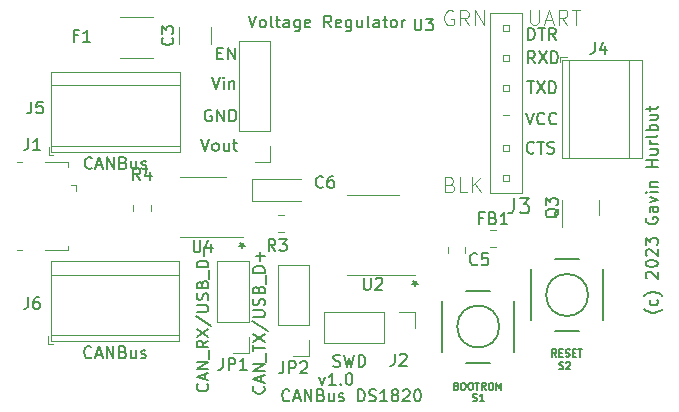
<source format=gbr>
%TF.GenerationSoftware,KiCad,Pcbnew,6.0.11-2627ca5db0~126~ubuntu22.04.1*%
%TF.CreationDate,2023-03-06T03:58:19-05:00*%
%TF.ProjectId,canbus-ds1820,63616e62-7573-42d6-9473-313832302e6b,1.0*%
%TF.SameCoordinates,Original*%
%TF.FileFunction,Legend,Top*%
%TF.FilePolarity,Positive*%
%FSLAX46Y46*%
G04 Gerber Fmt 4.6, Leading zero omitted, Abs format (unit mm)*
G04 Created by KiCad (PCBNEW 6.0.11-2627ca5db0~126~ubuntu22.04.1) date 2023-03-06 03:58:19*
%MOMM*%
%LPD*%
G01*
G04 APERTURE LIST*
%ADD10C,0.150000*%
%ADD11C,0.127000*%
%ADD12C,0.101600*%
%ADD13C,0.203200*%
%ADD14C,0.120000*%
%ADD15C,0.066040*%
G04 APERTURE END LIST*
D10*
X78188095Y-102482142D02*
X78140476Y-102529761D01*
X77997619Y-102577380D01*
X77902380Y-102577380D01*
X77759523Y-102529761D01*
X77664285Y-102434523D01*
X77616666Y-102339285D01*
X77569047Y-102148809D01*
X77569047Y-102005952D01*
X77616666Y-101815476D01*
X77664285Y-101720238D01*
X77759523Y-101625000D01*
X77902380Y-101577380D01*
X77997619Y-101577380D01*
X78140476Y-101625000D01*
X78188095Y-101672619D01*
X78569047Y-102291666D02*
X79045238Y-102291666D01*
X78473809Y-102577380D02*
X78807142Y-101577380D01*
X79140476Y-102577380D01*
X79473809Y-102577380D02*
X79473809Y-101577380D01*
X80045238Y-102577380D01*
X80045238Y-101577380D01*
X80854761Y-102053571D02*
X80997619Y-102101190D01*
X81045238Y-102148809D01*
X81092857Y-102244047D01*
X81092857Y-102386904D01*
X81045238Y-102482142D01*
X80997619Y-102529761D01*
X80902380Y-102577380D01*
X80521428Y-102577380D01*
X80521428Y-101577380D01*
X80854761Y-101577380D01*
X80950000Y-101625000D01*
X80997619Y-101672619D01*
X81045238Y-101767857D01*
X81045238Y-101863095D01*
X80997619Y-101958333D01*
X80950000Y-102005952D01*
X80854761Y-102053571D01*
X80521428Y-102053571D01*
X81950000Y-101910714D02*
X81950000Y-102577380D01*
X81521428Y-101910714D02*
X81521428Y-102434523D01*
X81569047Y-102529761D01*
X81664285Y-102577380D01*
X81807142Y-102577380D01*
X81902380Y-102529761D01*
X81950000Y-102482142D01*
X82378571Y-102529761D02*
X82473809Y-102577380D01*
X82664285Y-102577380D01*
X82759523Y-102529761D01*
X82807142Y-102434523D01*
X82807142Y-102386904D01*
X82759523Y-102291666D01*
X82664285Y-102244047D01*
X82521428Y-102244047D01*
X82426190Y-102196428D01*
X82378571Y-102101190D01*
X82378571Y-102053571D01*
X82426190Y-101958333D01*
X82521428Y-101910714D01*
X82664285Y-101910714D01*
X82759523Y-101958333D01*
X83997619Y-102577380D02*
X83997619Y-101577380D01*
X84235714Y-101577380D01*
X84378571Y-101625000D01*
X84473809Y-101720238D01*
X84521428Y-101815476D01*
X84569047Y-102005952D01*
X84569047Y-102148809D01*
X84521428Y-102339285D01*
X84473809Y-102434523D01*
X84378571Y-102529761D01*
X84235714Y-102577380D01*
X83997619Y-102577380D01*
X84950000Y-102529761D02*
X85092857Y-102577380D01*
X85330952Y-102577380D01*
X85426190Y-102529761D01*
X85473809Y-102482142D01*
X85521428Y-102386904D01*
X85521428Y-102291666D01*
X85473809Y-102196428D01*
X85426190Y-102148809D01*
X85330952Y-102101190D01*
X85140476Y-102053571D01*
X85045238Y-102005952D01*
X84997619Y-101958333D01*
X84950000Y-101863095D01*
X84950000Y-101767857D01*
X84997619Y-101672619D01*
X85045238Y-101625000D01*
X85140476Y-101577380D01*
X85378571Y-101577380D01*
X85521428Y-101625000D01*
X86473809Y-102577380D02*
X85902380Y-102577380D01*
X86188095Y-102577380D02*
X86188095Y-101577380D01*
X86092857Y-101720238D01*
X85997619Y-101815476D01*
X85902380Y-101863095D01*
X87045238Y-102005952D02*
X86950000Y-101958333D01*
X86902380Y-101910714D01*
X86854761Y-101815476D01*
X86854761Y-101767857D01*
X86902380Y-101672619D01*
X86950000Y-101625000D01*
X87045238Y-101577380D01*
X87235714Y-101577380D01*
X87330952Y-101625000D01*
X87378571Y-101672619D01*
X87426190Y-101767857D01*
X87426190Y-101815476D01*
X87378571Y-101910714D01*
X87330952Y-101958333D01*
X87235714Y-102005952D01*
X87045238Y-102005952D01*
X86950000Y-102053571D01*
X86902380Y-102101190D01*
X86854761Y-102196428D01*
X86854761Y-102386904D01*
X86902380Y-102482142D01*
X86950000Y-102529761D01*
X87045238Y-102577380D01*
X87235714Y-102577380D01*
X87330952Y-102529761D01*
X87378571Y-102482142D01*
X87426190Y-102386904D01*
X87426190Y-102196428D01*
X87378571Y-102101190D01*
X87330952Y-102053571D01*
X87235714Y-102005952D01*
X87807142Y-101672619D02*
X87854761Y-101625000D01*
X87950000Y-101577380D01*
X88188095Y-101577380D01*
X88283333Y-101625000D01*
X88330952Y-101672619D01*
X88378571Y-101767857D01*
X88378571Y-101863095D01*
X88330952Y-102005952D01*
X87759523Y-102577380D01*
X88378571Y-102577380D01*
X88997619Y-101577380D02*
X89092857Y-101577380D01*
X89188095Y-101625000D01*
X89235714Y-101672619D01*
X89283333Y-101767857D01*
X89330952Y-101958333D01*
X89330952Y-102196428D01*
X89283333Y-102386904D01*
X89235714Y-102482142D01*
X89188095Y-102529761D01*
X89092857Y-102577380D01*
X88997619Y-102577380D01*
X88902380Y-102529761D01*
X88854761Y-102482142D01*
X88807142Y-102386904D01*
X88759523Y-102196428D01*
X88759523Y-101958333D01*
X88807142Y-101767857D01*
X88854761Y-101672619D01*
X88902380Y-101625000D01*
X88997619Y-101577380D01*
X80721428Y-100535714D02*
X80959523Y-101202380D01*
X81197619Y-100535714D01*
X82102380Y-101202380D02*
X81530952Y-101202380D01*
X81816666Y-101202380D02*
X81816666Y-100202380D01*
X81721428Y-100345238D01*
X81626190Y-100440476D01*
X81530952Y-100488095D01*
X82530952Y-101107142D02*
X82578571Y-101154761D01*
X82530952Y-101202380D01*
X82483333Y-101154761D01*
X82530952Y-101107142D01*
X82530952Y-101202380D01*
X83197619Y-100202380D02*
X83292857Y-100202380D01*
X83388095Y-100250000D01*
X83435714Y-100297619D01*
X83483333Y-100392857D01*
X83530952Y-100583333D01*
X83530952Y-100821428D01*
X83483333Y-101011904D01*
X83435714Y-101107142D01*
X83388095Y-101154761D01*
X83292857Y-101202380D01*
X83197619Y-101202380D01*
X83102380Y-101154761D01*
X83054761Y-101107142D01*
X83007142Y-101011904D01*
X82959523Y-100821428D01*
X82959523Y-100583333D01*
X83007142Y-100392857D01*
X83054761Y-100297619D01*
X83102380Y-100250000D01*
X83197619Y-100202380D01*
X109758333Y-94780952D02*
X109710714Y-94828571D01*
X109567857Y-94923809D01*
X109472619Y-94971428D01*
X109329761Y-95019047D01*
X109091666Y-95066666D01*
X108901190Y-95066666D01*
X108663095Y-95019047D01*
X108520238Y-94971428D01*
X108425000Y-94923809D01*
X108282142Y-94828571D01*
X108234523Y-94780952D01*
X109329761Y-93971428D02*
X109377380Y-94066666D01*
X109377380Y-94257142D01*
X109329761Y-94352380D01*
X109282142Y-94400000D01*
X109186904Y-94447619D01*
X108901190Y-94447619D01*
X108805952Y-94400000D01*
X108758333Y-94352380D01*
X108710714Y-94257142D01*
X108710714Y-94066666D01*
X108758333Y-93971428D01*
X109758333Y-93638095D02*
X109710714Y-93590476D01*
X109567857Y-93495238D01*
X109472619Y-93447619D01*
X109329761Y-93400000D01*
X109091666Y-93352380D01*
X108901190Y-93352380D01*
X108663095Y-93400000D01*
X108520238Y-93447619D01*
X108425000Y-93495238D01*
X108282142Y-93590476D01*
X108234523Y-93638095D01*
X108472619Y-92161904D02*
X108425000Y-92114285D01*
X108377380Y-92019047D01*
X108377380Y-91780952D01*
X108425000Y-91685714D01*
X108472619Y-91638095D01*
X108567857Y-91590476D01*
X108663095Y-91590476D01*
X108805952Y-91638095D01*
X109377380Y-92209523D01*
X109377380Y-91590476D01*
X108377380Y-90971428D02*
X108377380Y-90876190D01*
X108425000Y-90780952D01*
X108472619Y-90733333D01*
X108567857Y-90685714D01*
X108758333Y-90638095D01*
X108996428Y-90638095D01*
X109186904Y-90685714D01*
X109282142Y-90733333D01*
X109329761Y-90780952D01*
X109377380Y-90876190D01*
X109377380Y-90971428D01*
X109329761Y-91066666D01*
X109282142Y-91114285D01*
X109186904Y-91161904D01*
X108996428Y-91209523D01*
X108758333Y-91209523D01*
X108567857Y-91161904D01*
X108472619Y-91114285D01*
X108425000Y-91066666D01*
X108377380Y-90971428D01*
X108472619Y-90257142D02*
X108425000Y-90209523D01*
X108377380Y-90114285D01*
X108377380Y-89876190D01*
X108425000Y-89780952D01*
X108472619Y-89733333D01*
X108567857Y-89685714D01*
X108663095Y-89685714D01*
X108805952Y-89733333D01*
X109377380Y-90304761D01*
X109377380Y-89685714D01*
X108377380Y-89352380D02*
X108377380Y-88733333D01*
X108758333Y-89066666D01*
X108758333Y-88923809D01*
X108805952Y-88828571D01*
X108853571Y-88780952D01*
X108948809Y-88733333D01*
X109186904Y-88733333D01*
X109282142Y-88780952D01*
X109329761Y-88828571D01*
X109377380Y-88923809D01*
X109377380Y-89209523D01*
X109329761Y-89304761D01*
X109282142Y-89352380D01*
X108425000Y-87019047D02*
X108377380Y-87114285D01*
X108377380Y-87257142D01*
X108425000Y-87400000D01*
X108520238Y-87495238D01*
X108615476Y-87542857D01*
X108805952Y-87590476D01*
X108948809Y-87590476D01*
X109139285Y-87542857D01*
X109234523Y-87495238D01*
X109329761Y-87400000D01*
X109377380Y-87257142D01*
X109377380Y-87161904D01*
X109329761Y-87019047D01*
X109282142Y-86971428D01*
X108948809Y-86971428D01*
X108948809Y-87161904D01*
X109377380Y-86114285D02*
X108853571Y-86114285D01*
X108758333Y-86161904D01*
X108710714Y-86257142D01*
X108710714Y-86447619D01*
X108758333Y-86542857D01*
X109329761Y-86114285D02*
X109377380Y-86209523D01*
X109377380Y-86447619D01*
X109329761Y-86542857D01*
X109234523Y-86590476D01*
X109139285Y-86590476D01*
X109044047Y-86542857D01*
X108996428Y-86447619D01*
X108996428Y-86209523D01*
X108948809Y-86114285D01*
X108710714Y-85733333D02*
X109377380Y-85495238D01*
X108710714Y-85257142D01*
X109377380Y-84876190D02*
X108710714Y-84876190D01*
X108377380Y-84876190D02*
X108425000Y-84923809D01*
X108472619Y-84876190D01*
X108425000Y-84828571D01*
X108377380Y-84876190D01*
X108472619Y-84876190D01*
X108710714Y-84400000D02*
X109377380Y-84400000D01*
X108805952Y-84400000D02*
X108758333Y-84352380D01*
X108710714Y-84257142D01*
X108710714Y-84114285D01*
X108758333Y-84019047D01*
X108853571Y-83971428D01*
X109377380Y-83971428D01*
X109377380Y-82733333D02*
X108377380Y-82733333D01*
X108853571Y-82733333D02*
X108853571Y-82161904D01*
X109377380Y-82161904D02*
X108377380Y-82161904D01*
X108710714Y-81257142D02*
X109377380Y-81257142D01*
X108710714Y-81685714D02*
X109234523Y-81685714D01*
X109329761Y-81638095D01*
X109377380Y-81542857D01*
X109377380Y-81400000D01*
X109329761Y-81304761D01*
X109282142Y-81257142D01*
X109377380Y-80780952D02*
X108710714Y-80780952D01*
X108901190Y-80780952D02*
X108805952Y-80733333D01*
X108758333Y-80685714D01*
X108710714Y-80590476D01*
X108710714Y-80495238D01*
X109377380Y-80019047D02*
X109329761Y-80114285D01*
X109234523Y-80161904D01*
X108377380Y-80161904D01*
X109377380Y-79638095D02*
X108377380Y-79638095D01*
X108758333Y-79638095D02*
X108710714Y-79542857D01*
X108710714Y-79352380D01*
X108758333Y-79257142D01*
X108805952Y-79209523D01*
X108901190Y-79161904D01*
X109186904Y-79161904D01*
X109282142Y-79209523D01*
X109329761Y-79257142D01*
X109377380Y-79352380D01*
X109377380Y-79542857D01*
X109329761Y-79638095D01*
X108710714Y-78304761D02*
X109377380Y-78304761D01*
X108710714Y-78733333D02*
X109234523Y-78733333D01*
X109329761Y-78685714D01*
X109377380Y-78590476D01*
X109377380Y-78447619D01*
X109329761Y-78352380D01*
X109282142Y-78304761D01*
X108710714Y-77971428D02*
X108710714Y-77590476D01*
X108377380Y-77828571D02*
X109234523Y-77828571D01*
X109329761Y-77780952D01*
X109377380Y-77685714D01*
X109377380Y-77590476D01*
D11*
%TO.C,S2*%
X101035542Y-99821742D02*
X101122628Y-99850771D01*
X101267771Y-99850771D01*
X101325828Y-99821742D01*
X101354857Y-99792714D01*
X101383885Y-99734657D01*
X101383885Y-99676600D01*
X101354857Y-99618542D01*
X101325828Y-99589514D01*
X101267771Y-99560485D01*
X101151657Y-99531457D01*
X101093600Y-99502428D01*
X101064571Y-99473400D01*
X101035542Y-99415342D01*
X101035542Y-99357285D01*
X101064571Y-99299228D01*
X101093600Y-99270200D01*
X101151657Y-99241171D01*
X101296800Y-99241171D01*
X101383885Y-99270200D01*
X101616114Y-99299228D02*
X101645142Y-99270200D01*
X101703200Y-99241171D01*
X101848342Y-99241171D01*
X101906400Y-99270200D01*
X101935428Y-99299228D01*
X101964457Y-99357285D01*
X101964457Y-99415342D01*
X101935428Y-99502428D01*
X101587085Y-99850771D01*
X101964457Y-99850771D01*
X100789628Y-98800771D02*
X100586428Y-98510485D01*
X100441285Y-98800771D02*
X100441285Y-98191171D01*
X100673514Y-98191171D01*
X100731571Y-98220200D01*
X100760600Y-98249228D01*
X100789628Y-98307285D01*
X100789628Y-98394371D01*
X100760600Y-98452428D01*
X100731571Y-98481457D01*
X100673514Y-98510485D01*
X100441285Y-98510485D01*
X101050885Y-98481457D02*
X101254085Y-98481457D01*
X101341171Y-98800771D02*
X101050885Y-98800771D01*
X101050885Y-98191171D01*
X101341171Y-98191171D01*
X101573400Y-98771742D02*
X101660485Y-98800771D01*
X101805628Y-98800771D01*
X101863685Y-98771742D01*
X101892714Y-98742714D01*
X101921742Y-98684657D01*
X101921742Y-98626600D01*
X101892714Y-98568542D01*
X101863685Y-98539514D01*
X101805628Y-98510485D01*
X101689514Y-98481457D01*
X101631457Y-98452428D01*
X101602428Y-98423400D01*
X101573400Y-98365342D01*
X101573400Y-98307285D01*
X101602428Y-98249228D01*
X101631457Y-98220200D01*
X101689514Y-98191171D01*
X101834657Y-98191171D01*
X101921742Y-98220200D01*
X102183000Y-98481457D02*
X102386200Y-98481457D01*
X102473285Y-98800771D02*
X102183000Y-98800771D01*
X102183000Y-98191171D01*
X102473285Y-98191171D01*
X102647457Y-98191171D02*
X102995800Y-98191171D01*
X102821628Y-98800771D02*
X102821628Y-98191171D01*
D10*
%TO.C,Q3*%
X100987619Y-86275238D02*
X100940000Y-86370476D01*
X100844761Y-86465714D01*
X100701904Y-86608571D01*
X100654285Y-86703809D01*
X100654285Y-86799047D01*
X100892380Y-86751428D02*
X100844761Y-86846666D01*
X100749523Y-86941904D01*
X100559047Y-86989523D01*
X100225714Y-86989523D01*
X100035238Y-86941904D01*
X99940000Y-86846666D01*
X99892380Y-86751428D01*
X99892380Y-86560952D01*
X99940000Y-86465714D01*
X100035238Y-86370476D01*
X100225714Y-86322857D01*
X100559047Y-86322857D01*
X100749523Y-86370476D01*
X100844761Y-86465714D01*
X100892380Y-86560952D01*
X100892380Y-86751428D01*
X99892380Y-85989523D02*
X99892380Y-85370476D01*
X100273333Y-85703809D01*
X100273333Y-85560952D01*
X100320952Y-85465714D01*
X100368571Y-85418095D01*
X100463809Y-85370476D01*
X100701904Y-85370476D01*
X100797142Y-85418095D01*
X100844761Y-85465714D01*
X100892380Y-85560952D01*
X100892380Y-85846666D01*
X100844761Y-85941904D01*
X100797142Y-85989523D01*
%TO.C,JP1*%
X72566666Y-98922380D02*
X72566666Y-99636666D01*
X72519047Y-99779523D01*
X72423809Y-99874761D01*
X72280952Y-99922380D01*
X72185714Y-99922380D01*
X73042857Y-99922380D02*
X73042857Y-98922380D01*
X73423809Y-98922380D01*
X73519047Y-98970000D01*
X73566666Y-99017619D01*
X73614285Y-99112857D01*
X73614285Y-99255714D01*
X73566666Y-99350952D01*
X73519047Y-99398571D01*
X73423809Y-99446190D01*
X73042857Y-99446190D01*
X74566666Y-99922380D02*
X73995238Y-99922380D01*
X74280952Y-99922380D02*
X74280952Y-98922380D01*
X74185714Y-99065238D01*
X74090476Y-99160476D01*
X73995238Y-99208095D01*
X71232142Y-101098809D02*
X71279761Y-101146428D01*
X71327380Y-101289285D01*
X71327380Y-101384523D01*
X71279761Y-101527380D01*
X71184523Y-101622619D01*
X71089285Y-101670238D01*
X70898809Y-101717857D01*
X70755952Y-101717857D01*
X70565476Y-101670238D01*
X70470238Y-101622619D01*
X70375000Y-101527380D01*
X70327380Y-101384523D01*
X70327380Y-101289285D01*
X70375000Y-101146428D01*
X70422619Y-101098809D01*
X71041666Y-100717857D02*
X71041666Y-100241666D01*
X71327380Y-100813095D02*
X70327380Y-100479761D01*
X71327380Y-100146428D01*
X71327380Y-99813095D02*
X70327380Y-99813095D01*
X71327380Y-99241666D01*
X70327380Y-99241666D01*
X71422619Y-99003571D02*
X71422619Y-98241666D01*
X71327380Y-97432142D02*
X70851190Y-97765476D01*
X71327380Y-98003571D02*
X70327380Y-98003571D01*
X70327380Y-97622619D01*
X70375000Y-97527380D01*
X70422619Y-97479761D01*
X70517857Y-97432142D01*
X70660714Y-97432142D01*
X70755952Y-97479761D01*
X70803571Y-97527380D01*
X70851190Y-97622619D01*
X70851190Y-98003571D01*
X70327380Y-97098809D02*
X71327380Y-96432142D01*
X70327380Y-96432142D02*
X71327380Y-97098809D01*
X70279761Y-95336904D02*
X71565476Y-96194047D01*
X70327380Y-95003571D02*
X71136904Y-95003571D01*
X71232142Y-94955952D01*
X71279761Y-94908333D01*
X71327380Y-94813095D01*
X71327380Y-94622619D01*
X71279761Y-94527380D01*
X71232142Y-94479761D01*
X71136904Y-94432142D01*
X70327380Y-94432142D01*
X71279761Y-94003571D02*
X71327380Y-93860714D01*
X71327380Y-93622619D01*
X71279761Y-93527380D01*
X71232142Y-93479761D01*
X71136904Y-93432142D01*
X71041666Y-93432142D01*
X70946428Y-93479761D01*
X70898809Y-93527380D01*
X70851190Y-93622619D01*
X70803571Y-93813095D01*
X70755952Y-93908333D01*
X70708333Y-93955952D01*
X70613095Y-94003571D01*
X70517857Y-94003571D01*
X70422619Y-93955952D01*
X70375000Y-93908333D01*
X70327380Y-93813095D01*
X70327380Y-93575000D01*
X70375000Y-93432142D01*
X70803571Y-92670238D02*
X70851190Y-92527380D01*
X70898809Y-92479761D01*
X70994047Y-92432142D01*
X71136904Y-92432142D01*
X71232142Y-92479761D01*
X71279761Y-92527380D01*
X71327380Y-92622619D01*
X71327380Y-93003571D01*
X70327380Y-93003571D01*
X70327380Y-92670238D01*
X70375000Y-92575000D01*
X70422619Y-92527380D01*
X70517857Y-92479761D01*
X70613095Y-92479761D01*
X70708333Y-92527380D01*
X70755952Y-92575000D01*
X70803571Y-92670238D01*
X70803571Y-93003571D01*
X71422619Y-92241666D02*
X71422619Y-91479761D01*
X71327380Y-91241666D02*
X70327380Y-91241666D01*
X70327380Y-91003571D01*
X70375000Y-90860714D01*
X70470238Y-90765476D01*
X70565476Y-90717857D01*
X70755952Y-90670238D01*
X70898809Y-90670238D01*
X71089285Y-90717857D01*
X71184523Y-90765476D01*
X71279761Y-90860714D01*
X71327380Y-91003571D01*
X71327380Y-91241666D01*
X70946428Y-90241666D02*
X70946428Y-89479761D01*
%TO.C,J6*%
X56066666Y-93752380D02*
X56066666Y-94466666D01*
X56019047Y-94609523D01*
X55923809Y-94704761D01*
X55780952Y-94752380D01*
X55685714Y-94752380D01*
X56971428Y-93752380D02*
X56780952Y-93752380D01*
X56685714Y-93800000D01*
X56638095Y-93847619D01*
X56542857Y-93990476D01*
X56495238Y-94180952D01*
X56495238Y-94561904D01*
X56542857Y-94657142D01*
X56590476Y-94704761D01*
X56685714Y-94752380D01*
X56876190Y-94752380D01*
X56971428Y-94704761D01*
X57019047Y-94657142D01*
X57066666Y-94561904D01*
X57066666Y-94323809D01*
X57019047Y-94228571D01*
X56971428Y-94180952D01*
X56876190Y-94133333D01*
X56685714Y-94133333D01*
X56590476Y-94180952D01*
X56542857Y-94228571D01*
X56495238Y-94323809D01*
X61435000Y-98827142D02*
X61387380Y-98874761D01*
X61244523Y-98922380D01*
X61149285Y-98922380D01*
X61006428Y-98874761D01*
X60911190Y-98779523D01*
X60863571Y-98684285D01*
X60815952Y-98493809D01*
X60815952Y-98350952D01*
X60863571Y-98160476D01*
X60911190Y-98065238D01*
X61006428Y-97970000D01*
X61149285Y-97922380D01*
X61244523Y-97922380D01*
X61387380Y-97970000D01*
X61435000Y-98017619D01*
X61815952Y-98636666D02*
X62292142Y-98636666D01*
X61720714Y-98922380D02*
X62054047Y-97922380D01*
X62387380Y-98922380D01*
X62720714Y-98922380D02*
X62720714Y-97922380D01*
X63292142Y-98922380D01*
X63292142Y-97922380D01*
X64101666Y-98398571D02*
X64244523Y-98446190D01*
X64292142Y-98493809D01*
X64339761Y-98589047D01*
X64339761Y-98731904D01*
X64292142Y-98827142D01*
X64244523Y-98874761D01*
X64149285Y-98922380D01*
X63768333Y-98922380D01*
X63768333Y-97922380D01*
X64101666Y-97922380D01*
X64196904Y-97970000D01*
X64244523Y-98017619D01*
X64292142Y-98112857D01*
X64292142Y-98208095D01*
X64244523Y-98303333D01*
X64196904Y-98350952D01*
X64101666Y-98398571D01*
X63768333Y-98398571D01*
X65196904Y-98255714D02*
X65196904Y-98922380D01*
X64768333Y-98255714D02*
X64768333Y-98779523D01*
X64815952Y-98874761D01*
X64911190Y-98922380D01*
X65054047Y-98922380D01*
X65149285Y-98874761D01*
X65196904Y-98827142D01*
X65625476Y-98874761D02*
X65720714Y-98922380D01*
X65911190Y-98922380D01*
X66006428Y-98874761D01*
X66054047Y-98779523D01*
X66054047Y-98731904D01*
X66006428Y-98636666D01*
X65911190Y-98589047D01*
X65768333Y-98589047D01*
X65673095Y-98541428D01*
X65625476Y-98446190D01*
X65625476Y-98398571D01*
X65673095Y-98303333D01*
X65768333Y-98255714D01*
X65911190Y-98255714D01*
X66006428Y-98303333D01*
%TO.C,J4*%
X104041666Y-72177380D02*
X104041666Y-72891666D01*
X103994047Y-73034523D01*
X103898809Y-73129761D01*
X103755952Y-73177380D01*
X103660714Y-73177380D01*
X104946428Y-72510714D02*
X104946428Y-73177380D01*
X104708333Y-72129761D02*
X104470238Y-72844047D01*
X105089285Y-72844047D01*
%TO.C,J2*%
X87116666Y-98552380D02*
X87116666Y-99266666D01*
X87069047Y-99409523D01*
X86973809Y-99504761D01*
X86830952Y-99552380D01*
X86735714Y-99552380D01*
X87545238Y-98647619D02*
X87592857Y-98600000D01*
X87688095Y-98552380D01*
X87926190Y-98552380D01*
X88021428Y-98600000D01*
X88069047Y-98647619D01*
X88116666Y-98742857D01*
X88116666Y-98838095D01*
X88069047Y-98980952D01*
X87497619Y-99552380D01*
X88116666Y-99552380D01*
X81917857Y-99604761D02*
X82060714Y-99652380D01*
X82298809Y-99652380D01*
X82394047Y-99604761D01*
X82441666Y-99557142D01*
X82489285Y-99461904D01*
X82489285Y-99366666D01*
X82441666Y-99271428D01*
X82394047Y-99223809D01*
X82298809Y-99176190D01*
X82108333Y-99128571D01*
X82013095Y-99080952D01*
X81965476Y-99033333D01*
X81917857Y-98938095D01*
X81917857Y-98842857D01*
X81965476Y-98747619D01*
X82013095Y-98700000D01*
X82108333Y-98652380D01*
X82346428Y-98652380D01*
X82489285Y-98700000D01*
X82822619Y-98652380D02*
X83060714Y-99652380D01*
X83251190Y-98938095D01*
X83441666Y-99652380D01*
X83679761Y-98652380D01*
X84060714Y-99652380D02*
X84060714Y-98652380D01*
X84298809Y-98652380D01*
X84441666Y-98700000D01*
X84536904Y-98795238D01*
X84584523Y-98890476D01*
X84632142Y-99080952D01*
X84632142Y-99223809D01*
X84584523Y-99414285D01*
X84536904Y-99509523D01*
X84441666Y-99604761D01*
X84298809Y-99652380D01*
X84060714Y-99652380D01*
%TO.C,R4*%
X65558333Y-83852380D02*
X65225000Y-83376190D01*
X64986904Y-83852380D02*
X64986904Y-82852380D01*
X65367857Y-82852380D01*
X65463095Y-82900000D01*
X65510714Y-82947619D01*
X65558333Y-83042857D01*
X65558333Y-83185714D01*
X65510714Y-83280952D01*
X65463095Y-83328571D01*
X65367857Y-83376190D01*
X64986904Y-83376190D01*
X66415476Y-83185714D02*
X66415476Y-83852380D01*
X66177380Y-82804761D02*
X65939285Y-83519047D01*
X66558333Y-83519047D01*
%TO.C,C5*%
X94083333Y-90957142D02*
X94035714Y-91004761D01*
X93892857Y-91052380D01*
X93797619Y-91052380D01*
X93654761Y-91004761D01*
X93559523Y-90909523D01*
X93511904Y-90814285D01*
X93464285Y-90623809D01*
X93464285Y-90480952D01*
X93511904Y-90290476D01*
X93559523Y-90195238D01*
X93654761Y-90100000D01*
X93797619Y-90052380D01*
X93892857Y-90052380D01*
X94035714Y-90100000D01*
X94083333Y-90147619D01*
X94988095Y-90052380D02*
X94511904Y-90052380D01*
X94464285Y-90528571D01*
X94511904Y-90480952D01*
X94607142Y-90433333D01*
X94845238Y-90433333D01*
X94940476Y-90480952D01*
X94988095Y-90528571D01*
X95035714Y-90623809D01*
X95035714Y-90861904D01*
X94988095Y-90957142D01*
X94940476Y-91004761D01*
X94845238Y-91052380D01*
X94607142Y-91052380D01*
X94511904Y-91004761D01*
X94464285Y-90957142D01*
D11*
%TO.C,S1*%
X93710542Y-102521742D02*
X93797628Y-102550771D01*
X93942771Y-102550771D01*
X94000828Y-102521742D01*
X94029857Y-102492714D01*
X94058885Y-102434657D01*
X94058885Y-102376600D01*
X94029857Y-102318542D01*
X94000828Y-102289514D01*
X93942771Y-102260485D01*
X93826657Y-102231457D01*
X93768600Y-102202428D01*
X93739571Y-102173400D01*
X93710542Y-102115342D01*
X93710542Y-102057285D01*
X93739571Y-101999228D01*
X93768600Y-101970200D01*
X93826657Y-101941171D01*
X93971800Y-101941171D01*
X94058885Y-101970200D01*
X94639457Y-102550771D02*
X94291114Y-102550771D01*
X94465285Y-102550771D02*
X94465285Y-101941171D01*
X94407228Y-102028257D01*
X94349171Y-102086314D01*
X94291114Y-102115342D01*
X92325228Y-101281457D02*
X92412314Y-101310485D01*
X92441342Y-101339514D01*
X92470371Y-101397571D01*
X92470371Y-101484657D01*
X92441342Y-101542714D01*
X92412314Y-101571742D01*
X92354257Y-101600771D01*
X92122028Y-101600771D01*
X92122028Y-100991171D01*
X92325228Y-100991171D01*
X92383285Y-101020200D01*
X92412314Y-101049228D01*
X92441342Y-101107285D01*
X92441342Y-101165342D01*
X92412314Y-101223400D01*
X92383285Y-101252428D01*
X92325228Y-101281457D01*
X92122028Y-101281457D01*
X92847742Y-100991171D02*
X92963857Y-100991171D01*
X93021914Y-101020200D01*
X93079971Y-101078257D01*
X93109000Y-101194371D01*
X93109000Y-101397571D01*
X93079971Y-101513685D01*
X93021914Y-101571742D01*
X92963857Y-101600771D01*
X92847742Y-101600771D01*
X92789685Y-101571742D01*
X92731628Y-101513685D01*
X92702600Y-101397571D01*
X92702600Y-101194371D01*
X92731628Y-101078257D01*
X92789685Y-101020200D01*
X92847742Y-100991171D01*
X93486371Y-100991171D02*
X93602485Y-100991171D01*
X93660542Y-101020200D01*
X93718600Y-101078257D01*
X93747628Y-101194371D01*
X93747628Y-101397571D01*
X93718600Y-101513685D01*
X93660542Y-101571742D01*
X93602485Y-101600771D01*
X93486371Y-101600771D01*
X93428314Y-101571742D01*
X93370257Y-101513685D01*
X93341228Y-101397571D01*
X93341228Y-101194371D01*
X93370257Y-101078257D01*
X93428314Y-101020200D01*
X93486371Y-100991171D01*
X93921800Y-100991171D02*
X94270142Y-100991171D01*
X94095971Y-101600771D02*
X94095971Y-100991171D01*
X94821685Y-101600771D02*
X94618485Y-101310485D01*
X94473342Y-101600771D02*
X94473342Y-100991171D01*
X94705571Y-100991171D01*
X94763628Y-101020200D01*
X94792657Y-101049228D01*
X94821685Y-101107285D01*
X94821685Y-101194371D01*
X94792657Y-101252428D01*
X94763628Y-101281457D01*
X94705571Y-101310485D01*
X94473342Y-101310485D01*
X95199057Y-100991171D02*
X95315171Y-100991171D01*
X95373228Y-101020200D01*
X95431285Y-101078257D01*
X95460314Y-101194371D01*
X95460314Y-101397571D01*
X95431285Y-101513685D01*
X95373228Y-101571742D01*
X95315171Y-101600771D01*
X95199057Y-101600771D01*
X95141000Y-101571742D01*
X95082942Y-101513685D01*
X95053914Y-101397571D01*
X95053914Y-101194371D01*
X95082942Y-101078257D01*
X95141000Y-101020200D01*
X95199057Y-100991171D01*
X95721571Y-101600771D02*
X95721571Y-100991171D01*
X95924771Y-101426600D01*
X96127971Y-100991171D01*
X96127971Y-101600771D01*
D10*
%TO.C,R3*%
X77008333Y-89852380D02*
X76675000Y-89376190D01*
X76436904Y-89852380D02*
X76436904Y-88852380D01*
X76817857Y-88852380D01*
X76913095Y-88900000D01*
X76960714Y-88947619D01*
X77008333Y-89042857D01*
X77008333Y-89185714D01*
X76960714Y-89280952D01*
X76913095Y-89328571D01*
X76817857Y-89376190D01*
X76436904Y-89376190D01*
X77341666Y-88852380D02*
X77960714Y-88852380D01*
X77627380Y-89233333D01*
X77770238Y-89233333D01*
X77865476Y-89280952D01*
X77913095Y-89328571D01*
X77960714Y-89423809D01*
X77960714Y-89661904D01*
X77913095Y-89757142D01*
X77865476Y-89804761D01*
X77770238Y-89852380D01*
X77484523Y-89852380D01*
X77389285Y-89804761D01*
X77341666Y-89757142D01*
D11*
%TO.C,J3*%
X97226666Y-85404523D02*
X97226666Y-86311666D01*
X97166190Y-86493095D01*
X97045238Y-86614047D01*
X96863809Y-86674523D01*
X96742857Y-86674523D01*
X97710476Y-85404523D02*
X98496666Y-85404523D01*
X98073333Y-85888333D01*
X98254761Y-85888333D01*
X98375714Y-85948809D01*
X98436190Y-86009285D01*
X98496666Y-86130238D01*
X98496666Y-86432619D01*
X98436190Y-86553571D01*
X98375714Y-86614047D01*
X98254761Y-86674523D01*
X97891904Y-86674523D01*
X97770952Y-86614047D01*
X97710476Y-86553571D01*
D12*
X98574047Y-69429523D02*
X98574047Y-70457619D01*
X98634523Y-70578571D01*
X98695000Y-70639047D01*
X98815952Y-70699523D01*
X99057857Y-70699523D01*
X99178809Y-70639047D01*
X99239285Y-70578571D01*
X99299761Y-70457619D01*
X99299761Y-69429523D01*
X99844047Y-70336666D02*
X100448809Y-70336666D01*
X99723095Y-70699523D02*
X100146428Y-69429523D01*
X100569761Y-70699523D01*
X101718809Y-70699523D02*
X101295476Y-70094761D01*
X100993095Y-70699523D02*
X100993095Y-69429523D01*
X101476904Y-69429523D01*
X101597857Y-69490000D01*
X101658333Y-69550476D01*
X101718809Y-69671428D01*
X101718809Y-69852857D01*
X101658333Y-69973809D01*
X101597857Y-70034285D01*
X101476904Y-70094761D01*
X100993095Y-70094761D01*
X102081666Y-69429523D02*
X102807380Y-69429523D01*
X102444523Y-70699523D02*
X102444523Y-69429523D01*
X91816666Y-84234285D02*
X91998095Y-84294761D01*
X92058571Y-84355238D01*
X92119047Y-84476190D01*
X92119047Y-84657619D01*
X92058571Y-84778571D01*
X91998095Y-84839047D01*
X91877142Y-84899523D01*
X91393333Y-84899523D01*
X91393333Y-83629523D01*
X91816666Y-83629523D01*
X91937619Y-83690000D01*
X91998095Y-83750476D01*
X92058571Y-83871428D01*
X92058571Y-83992380D01*
X91998095Y-84113333D01*
X91937619Y-84173809D01*
X91816666Y-84234285D01*
X91393333Y-84234285D01*
X93268095Y-84899523D02*
X92663333Y-84899523D01*
X92663333Y-83629523D01*
X93691428Y-84899523D02*
X93691428Y-83629523D01*
X94417142Y-84899523D02*
X93872857Y-84173809D01*
X94417142Y-83629523D02*
X93691428Y-84355238D01*
D10*
X98214666Y-78138580D02*
X98548000Y-79138580D01*
X98881333Y-78138580D01*
X99786095Y-79043342D02*
X99738476Y-79090961D01*
X99595619Y-79138580D01*
X99500380Y-79138580D01*
X99357523Y-79090961D01*
X99262285Y-78995723D01*
X99214666Y-78900485D01*
X99167047Y-78710009D01*
X99167047Y-78567152D01*
X99214666Y-78376676D01*
X99262285Y-78281438D01*
X99357523Y-78186200D01*
X99500380Y-78138580D01*
X99595619Y-78138580D01*
X99738476Y-78186200D01*
X99786095Y-78233819D01*
X100786095Y-79043342D02*
X100738476Y-79090961D01*
X100595619Y-79138580D01*
X100500380Y-79138580D01*
X100357523Y-79090961D01*
X100262285Y-78995723D01*
X100214666Y-78900485D01*
X100167047Y-78710009D01*
X100167047Y-78567152D01*
X100214666Y-78376676D01*
X100262285Y-78281438D01*
X100357523Y-78186200D01*
X100500380Y-78138580D01*
X100595619Y-78138580D01*
X100738476Y-78186200D01*
X100786095Y-78233819D01*
X98407142Y-71977380D02*
X98407142Y-70977380D01*
X98645238Y-70977380D01*
X98788095Y-71025000D01*
X98883333Y-71120238D01*
X98930952Y-71215476D01*
X98978571Y-71405952D01*
X98978571Y-71548809D01*
X98930952Y-71739285D01*
X98883333Y-71834523D01*
X98788095Y-71929761D01*
X98645238Y-71977380D01*
X98407142Y-71977380D01*
X99264285Y-70977380D02*
X99835714Y-70977380D01*
X99550000Y-71977380D02*
X99550000Y-70977380D01*
X100740476Y-71977380D02*
X100407142Y-71501190D01*
X100169047Y-71977380D02*
X100169047Y-70977380D01*
X100550000Y-70977380D01*
X100645238Y-71025000D01*
X100692857Y-71072619D01*
X100740476Y-71167857D01*
X100740476Y-71310714D01*
X100692857Y-71405952D01*
X100645238Y-71453571D01*
X100550000Y-71501190D01*
X100169047Y-71501190D01*
X98336895Y-75496980D02*
X98908323Y-75496980D01*
X98622609Y-76496980D02*
X98622609Y-75496980D01*
X99146419Y-75496980D02*
X99813085Y-76496980D01*
X99813085Y-75496980D02*
X99146419Y-76496980D01*
X100194038Y-76496980D02*
X100194038Y-75496980D01*
X100432133Y-75496980D01*
X100574990Y-75544600D01*
X100670228Y-75639838D01*
X100717847Y-75735076D01*
X100765466Y-75925552D01*
X100765466Y-76068409D01*
X100717847Y-76258885D01*
X100670228Y-76354123D01*
X100574990Y-76449361D01*
X100432133Y-76496980D01*
X100194038Y-76496980D01*
D12*
X92032380Y-69540000D02*
X91911428Y-69479523D01*
X91730000Y-69479523D01*
X91548571Y-69540000D01*
X91427619Y-69660952D01*
X91367142Y-69781904D01*
X91306666Y-70023809D01*
X91306666Y-70205238D01*
X91367142Y-70447142D01*
X91427619Y-70568095D01*
X91548571Y-70689047D01*
X91730000Y-70749523D01*
X91850952Y-70749523D01*
X92032380Y-70689047D01*
X92092857Y-70628571D01*
X92092857Y-70205238D01*
X91850952Y-70205238D01*
X93362857Y-70749523D02*
X92939523Y-70144761D01*
X92637142Y-70749523D02*
X92637142Y-69479523D01*
X93120952Y-69479523D01*
X93241904Y-69540000D01*
X93302380Y-69600476D01*
X93362857Y-69721428D01*
X93362857Y-69902857D01*
X93302380Y-70023809D01*
X93241904Y-70084285D01*
X93120952Y-70144761D01*
X92637142Y-70144761D01*
X93907142Y-70749523D02*
X93907142Y-69479523D01*
X94632857Y-70749523D01*
X94632857Y-69479523D01*
D10*
X98982933Y-73956980D02*
X98649600Y-73480790D01*
X98411504Y-73956980D02*
X98411504Y-72956980D01*
X98792457Y-72956980D01*
X98887695Y-73004600D01*
X98935314Y-73052219D01*
X98982933Y-73147457D01*
X98982933Y-73290314D01*
X98935314Y-73385552D01*
X98887695Y-73433171D01*
X98792457Y-73480790D01*
X98411504Y-73480790D01*
X99316266Y-72956980D02*
X99982933Y-73956980D01*
X99982933Y-72956980D02*
X99316266Y-73956980D01*
X100363885Y-73956980D02*
X100363885Y-72956980D01*
X100601980Y-72956980D01*
X100744838Y-73004600D01*
X100840076Y-73099838D01*
X100887695Y-73195076D01*
X100935314Y-73385552D01*
X100935314Y-73528409D01*
X100887695Y-73718885D01*
X100840076Y-73814123D01*
X100744838Y-73909361D01*
X100601980Y-73956980D01*
X100363885Y-73956980D01*
X98898780Y-81507142D02*
X98851161Y-81554761D01*
X98708304Y-81602380D01*
X98613066Y-81602380D01*
X98470209Y-81554761D01*
X98374971Y-81459523D01*
X98327352Y-81364285D01*
X98279733Y-81173809D01*
X98279733Y-81030952D01*
X98327352Y-80840476D01*
X98374971Y-80745238D01*
X98470209Y-80650000D01*
X98613066Y-80602380D01*
X98708304Y-80602380D01*
X98851161Y-80650000D01*
X98898780Y-80697619D01*
X99184495Y-80602380D02*
X99755923Y-80602380D01*
X99470209Y-81602380D02*
X99470209Y-80602380D01*
X100041638Y-81554761D02*
X100184495Y-81602380D01*
X100422590Y-81602380D01*
X100517828Y-81554761D01*
X100565447Y-81507142D01*
X100613066Y-81411904D01*
X100613066Y-81316666D01*
X100565447Y-81221428D01*
X100517828Y-81173809D01*
X100422590Y-81126190D01*
X100232114Y-81078571D01*
X100136876Y-81030952D01*
X100089257Y-80983333D01*
X100041638Y-80888095D01*
X100041638Y-80792857D01*
X100089257Y-80697619D01*
X100136876Y-80650000D01*
X100232114Y-80602380D01*
X100470209Y-80602380D01*
X100613066Y-80650000D01*
%TO.C,F1*%
X60266666Y-71603571D02*
X59933333Y-71603571D01*
X59933333Y-72127380D02*
X59933333Y-71127380D01*
X60409523Y-71127380D01*
X61314285Y-72127380D02*
X60742857Y-72127380D01*
X61028571Y-72127380D02*
X61028571Y-71127380D01*
X60933333Y-71270238D01*
X60838095Y-71365476D01*
X60742857Y-71413095D01*
%TO.C,C6*%
X81033333Y-84407142D02*
X80985714Y-84454761D01*
X80842857Y-84502380D01*
X80747619Y-84502380D01*
X80604761Y-84454761D01*
X80509523Y-84359523D01*
X80461904Y-84264285D01*
X80414285Y-84073809D01*
X80414285Y-83930952D01*
X80461904Y-83740476D01*
X80509523Y-83645238D01*
X80604761Y-83550000D01*
X80747619Y-83502380D01*
X80842857Y-83502380D01*
X80985714Y-83550000D01*
X81033333Y-83597619D01*
X81890476Y-83502380D02*
X81700000Y-83502380D01*
X81604761Y-83550000D01*
X81557142Y-83597619D01*
X81461904Y-83740476D01*
X81414285Y-83930952D01*
X81414285Y-84311904D01*
X81461904Y-84407142D01*
X81509523Y-84454761D01*
X81604761Y-84502380D01*
X81795238Y-84502380D01*
X81890476Y-84454761D01*
X81938095Y-84407142D01*
X81985714Y-84311904D01*
X81985714Y-84073809D01*
X81938095Y-83978571D01*
X81890476Y-83930952D01*
X81795238Y-83883333D01*
X81604761Y-83883333D01*
X81509523Y-83930952D01*
X81461904Y-83978571D01*
X81414285Y-84073809D01*
%TO.C,J5*%
X56341666Y-77202380D02*
X56341666Y-77916666D01*
X56294047Y-78059523D01*
X56198809Y-78154761D01*
X56055952Y-78202380D01*
X55960714Y-78202380D01*
X57294047Y-77202380D02*
X56817857Y-77202380D01*
X56770238Y-77678571D01*
X56817857Y-77630952D01*
X56913095Y-77583333D01*
X57151190Y-77583333D01*
X57246428Y-77630952D01*
X57294047Y-77678571D01*
X57341666Y-77773809D01*
X57341666Y-78011904D01*
X57294047Y-78107142D01*
X57246428Y-78154761D01*
X57151190Y-78202380D01*
X56913095Y-78202380D01*
X56817857Y-78154761D01*
X56770238Y-78107142D01*
X61470000Y-82802142D02*
X61422380Y-82849761D01*
X61279523Y-82897380D01*
X61184285Y-82897380D01*
X61041428Y-82849761D01*
X60946190Y-82754523D01*
X60898571Y-82659285D01*
X60850952Y-82468809D01*
X60850952Y-82325952D01*
X60898571Y-82135476D01*
X60946190Y-82040238D01*
X61041428Y-81945000D01*
X61184285Y-81897380D01*
X61279523Y-81897380D01*
X61422380Y-81945000D01*
X61470000Y-81992619D01*
X61850952Y-82611666D02*
X62327142Y-82611666D01*
X61755714Y-82897380D02*
X62089047Y-81897380D01*
X62422380Y-82897380D01*
X62755714Y-82897380D02*
X62755714Y-81897380D01*
X63327142Y-82897380D01*
X63327142Y-81897380D01*
X64136666Y-82373571D02*
X64279523Y-82421190D01*
X64327142Y-82468809D01*
X64374761Y-82564047D01*
X64374761Y-82706904D01*
X64327142Y-82802142D01*
X64279523Y-82849761D01*
X64184285Y-82897380D01*
X63803333Y-82897380D01*
X63803333Y-81897380D01*
X64136666Y-81897380D01*
X64231904Y-81945000D01*
X64279523Y-81992619D01*
X64327142Y-82087857D01*
X64327142Y-82183095D01*
X64279523Y-82278333D01*
X64231904Y-82325952D01*
X64136666Y-82373571D01*
X63803333Y-82373571D01*
X65231904Y-82230714D02*
X65231904Y-82897380D01*
X64803333Y-82230714D02*
X64803333Y-82754523D01*
X64850952Y-82849761D01*
X64946190Y-82897380D01*
X65089047Y-82897380D01*
X65184285Y-82849761D01*
X65231904Y-82802142D01*
X65660476Y-82849761D02*
X65755714Y-82897380D01*
X65946190Y-82897380D01*
X66041428Y-82849761D01*
X66089047Y-82754523D01*
X66089047Y-82706904D01*
X66041428Y-82611666D01*
X65946190Y-82564047D01*
X65803333Y-82564047D01*
X65708095Y-82516428D01*
X65660476Y-82421190D01*
X65660476Y-82373571D01*
X65708095Y-82278333D01*
X65803333Y-82230714D01*
X65946190Y-82230714D01*
X66041428Y-82278333D01*
%TO.C,C3*%
X68282142Y-71779166D02*
X68329761Y-71826785D01*
X68377380Y-71969642D01*
X68377380Y-72064880D01*
X68329761Y-72207738D01*
X68234523Y-72302976D01*
X68139285Y-72350595D01*
X67948809Y-72398214D01*
X67805952Y-72398214D01*
X67615476Y-72350595D01*
X67520238Y-72302976D01*
X67425000Y-72207738D01*
X67377380Y-72064880D01*
X67377380Y-71969642D01*
X67425000Y-71826785D01*
X67472619Y-71779166D01*
X67377380Y-71445833D02*
X67377380Y-70826785D01*
X67758333Y-71160119D01*
X67758333Y-71017261D01*
X67805952Y-70922023D01*
X67853571Y-70874404D01*
X67948809Y-70826785D01*
X68186904Y-70826785D01*
X68282142Y-70874404D01*
X68329761Y-70922023D01*
X68377380Y-71017261D01*
X68377380Y-71302976D01*
X68329761Y-71398214D01*
X68282142Y-71445833D01*
%TO.C,U2*%
X84500595Y-92127380D02*
X84500595Y-92936904D01*
X84548214Y-93032142D01*
X84595833Y-93079761D01*
X84691071Y-93127380D01*
X84881547Y-93127380D01*
X84976785Y-93079761D01*
X85024404Y-93032142D01*
X85072023Y-92936904D01*
X85072023Y-92127380D01*
X85500595Y-92222619D02*
X85548214Y-92175000D01*
X85643452Y-92127380D01*
X85881547Y-92127380D01*
X85976785Y-92175000D01*
X86024404Y-92222619D01*
X86072023Y-92317857D01*
X86072023Y-92413095D01*
X86024404Y-92555952D01*
X85452976Y-93127380D01*
X86072023Y-93127380D01*
X88832500Y-92807619D02*
X88832500Y-92569523D01*
X89070595Y-92664761D02*
X88832500Y-92569523D01*
X88594404Y-92664761D01*
X88975357Y-92379047D02*
X88832500Y-92569523D01*
X88689642Y-92379047D01*
%TO.C,U3*%
X88788095Y-70177380D02*
X88788095Y-70986904D01*
X88835714Y-71082142D01*
X88883333Y-71129761D01*
X88978571Y-71177380D01*
X89169047Y-71177380D01*
X89264285Y-71129761D01*
X89311904Y-71082142D01*
X89359523Y-70986904D01*
X89359523Y-70177380D01*
X89740476Y-70177380D02*
X90359523Y-70177380D01*
X90026190Y-70558333D01*
X90169047Y-70558333D01*
X90264285Y-70605952D01*
X90311904Y-70653571D01*
X90359523Y-70748809D01*
X90359523Y-70986904D01*
X90311904Y-71082142D01*
X90264285Y-71129761D01*
X90169047Y-71177380D01*
X89883333Y-71177380D01*
X89788095Y-71129761D01*
X89740476Y-71082142D01*
X74732142Y-69927380D02*
X75065476Y-70927380D01*
X75398809Y-69927380D01*
X75875000Y-70927380D02*
X75779761Y-70879761D01*
X75732142Y-70832142D01*
X75684523Y-70736904D01*
X75684523Y-70451190D01*
X75732142Y-70355952D01*
X75779761Y-70308333D01*
X75875000Y-70260714D01*
X76017857Y-70260714D01*
X76113095Y-70308333D01*
X76160714Y-70355952D01*
X76208333Y-70451190D01*
X76208333Y-70736904D01*
X76160714Y-70832142D01*
X76113095Y-70879761D01*
X76017857Y-70927380D01*
X75875000Y-70927380D01*
X76779761Y-70927380D02*
X76684523Y-70879761D01*
X76636904Y-70784523D01*
X76636904Y-69927380D01*
X77017857Y-70260714D02*
X77398809Y-70260714D01*
X77160714Y-69927380D02*
X77160714Y-70784523D01*
X77208333Y-70879761D01*
X77303571Y-70927380D01*
X77398809Y-70927380D01*
X78160714Y-70927380D02*
X78160714Y-70403571D01*
X78113095Y-70308333D01*
X78017857Y-70260714D01*
X77827380Y-70260714D01*
X77732142Y-70308333D01*
X78160714Y-70879761D02*
X78065476Y-70927380D01*
X77827380Y-70927380D01*
X77732142Y-70879761D01*
X77684523Y-70784523D01*
X77684523Y-70689285D01*
X77732142Y-70594047D01*
X77827380Y-70546428D01*
X78065476Y-70546428D01*
X78160714Y-70498809D01*
X79065476Y-70260714D02*
X79065476Y-71070238D01*
X79017857Y-71165476D01*
X78970238Y-71213095D01*
X78875000Y-71260714D01*
X78732142Y-71260714D01*
X78636904Y-71213095D01*
X79065476Y-70879761D02*
X78970238Y-70927380D01*
X78779761Y-70927380D01*
X78684523Y-70879761D01*
X78636904Y-70832142D01*
X78589285Y-70736904D01*
X78589285Y-70451190D01*
X78636904Y-70355952D01*
X78684523Y-70308333D01*
X78779761Y-70260714D01*
X78970238Y-70260714D01*
X79065476Y-70308333D01*
X79922619Y-70879761D02*
X79827380Y-70927380D01*
X79636904Y-70927380D01*
X79541666Y-70879761D01*
X79494047Y-70784523D01*
X79494047Y-70403571D01*
X79541666Y-70308333D01*
X79636904Y-70260714D01*
X79827380Y-70260714D01*
X79922619Y-70308333D01*
X79970238Y-70403571D01*
X79970238Y-70498809D01*
X79494047Y-70594047D01*
X81732142Y-70927380D02*
X81398809Y-70451190D01*
X81160714Y-70927380D02*
X81160714Y-69927380D01*
X81541666Y-69927380D01*
X81636904Y-69975000D01*
X81684523Y-70022619D01*
X81732142Y-70117857D01*
X81732142Y-70260714D01*
X81684523Y-70355952D01*
X81636904Y-70403571D01*
X81541666Y-70451190D01*
X81160714Y-70451190D01*
X82541666Y-70879761D02*
X82446428Y-70927380D01*
X82255952Y-70927380D01*
X82160714Y-70879761D01*
X82113095Y-70784523D01*
X82113095Y-70403571D01*
X82160714Y-70308333D01*
X82255952Y-70260714D01*
X82446428Y-70260714D01*
X82541666Y-70308333D01*
X82589285Y-70403571D01*
X82589285Y-70498809D01*
X82113095Y-70594047D01*
X83446428Y-70260714D02*
X83446428Y-71070238D01*
X83398809Y-71165476D01*
X83351190Y-71213095D01*
X83255952Y-71260714D01*
X83113095Y-71260714D01*
X83017857Y-71213095D01*
X83446428Y-70879761D02*
X83351190Y-70927380D01*
X83160714Y-70927380D01*
X83065476Y-70879761D01*
X83017857Y-70832142D01*
X82970238Y-70736904D01*
X82970238Y-70451190D01*
X83017857Y-70355952D01*
X83065476Y-70308333D01*
X83160714Y-70260714D01*
X83351190Y-70260714D01*
X83446428Y-70308333D01*
X84351190Y-70260714D02*
X84351190Y-70927380D01*
X83922619Y-70260714D02*
X83922619Y-70784523D01*
X83970238Y-70879761D01*
X84065476Y-70927380D01*
X84208333Y-70927380D01*
X84303571Y-70879761D01*
X84351190Y-70832142D01*
X84970238Y-70927380D02*
X84875000Y-70879761D01*
X84827380Y-70784523D01*
X84827380Y-69927380D01*
X85779761Y-70927380D02*
X85779761Y-70403571D01*
X85732142Y-70308333D01*
X85636904Y-70260714D01*
X85446428Y-70260714D01*
X85351190Y-70308333D01*
X85779761Y-70879761D02*
X85684523Y-70927380D01*
X85446428Y-70927380D01*
X85351190Y-70879761D01*
X85303571Y-70784523D01*
X85303571Y-70689285D01*
X85351190Y-70594047D01*
X85446428Y-70546428D01*
X85684523Y-70546428D01*
X85779761Y-70498809D01*
X86113095Y-70260714D02*
X86494047Y-70260714D01*
X86255952Y-69927380D02*
X86255952Y-70784523D01*
X86303571Y-70879761D01*
X86398809Y-70927380D01*
X86494047Y-70927380D01*
X86970238Y-70927380D02*
X86875000Y-70879761D01*
X86827380Y-70832142D01*
X86779761Y-70736904D01*
X86779761Y-70451190D01*
X86827380Y-70355952D01*
X86875000Y-70308333D01*
X86970238Y-70260714D01*
X87113095Y-70260714D01*
X87208333Y-70308333D01*
X87255952Y-70355952D01*
X87303571Y-70451190D01*
X87303571Y-70736904D01*
X87255952Y-70832142D01*
X87208333Y-70879761D01*
X87113095Y-70927380D01*
X86970238Y-70927380D01*
X87732142Y-70927380D02*
X87732142Y-70260714D01*
X87732142Y-70451190D02*
X87779761Y-70355952D01*
X87827380Y-70308333D01*
X87922619Y-70260714D01*
X88017857Y-70260714D01*
X72073104Y-73103771D02*
X72406438Y-73103771D01*
X72549295Y-73627580D02*
X72073104Y-73627580D01*
X72073104Y-72627580D01*
X72549295Y-72627580D01*
X72977866Y-73627580D02*
X72977866Y-72627580D01*
X73549295Y-73627580D01*
X73549295Y-72627580D01*
X71592095Y-77933000D02*
X71496857Y-77885380D01*
X71354000Y-77885380D01*
X71211142Y-77933000D01*
X71115904Y-78028238D01*
X71068285Y-78123476D01*
X71020666Y-78313952D01*
X71020666Y-78456809D01*
X71068285Y-78647285D01*
X71115904Y-78742523D01*
X71211142Y-78837761D01*
X71354000Y-78885380D01*
X71449238Y-78885380D01*
X71592095Y-78837761D01*
X71639714Y-78790142D01*
X71639714Y-78456809D01*
X71449238Y-78456809D01*
X72068285Y-78885380D02*
X72068285Y-77885380D01*
X72639714Y-78885380D01*
X72639714Y-77885380D01*
X73115904Y-78885380D02*
X73115904Y-77885380D01*
X73354000Y-77885380D01*
X73496857Y-77933000D01*
X73592095Y-78028238D01*
X73639714Y-78123476D01*
X73687333Y-78313952D01*
X73687333Y-78456809D01*
X73639714Y-78647285D01*
X73592095Y-78742523D01*
X73496857Y-78837761D01*
X73354000Y-78885380D01*
X73115904Y-78885380D01*
X71623490Y-75129980D02*
X71956823Y-76129980D01*
X72290157Y-75129980D01*
X72623490Y-76129980D02*
X72623490Y-75463314D01*
X72623490Y-75129980D02*
X72575871Y-75177600D01*
X72623490Y-75225219D01*
X72671109Y-75177600D01*
X72623490Y-75129980D01*
X72623490Y-75225219D01*
X73099680Y-75463314D02*
X73099680Y-76129980D01*
X73099680Y-75558552D02*
X73147300Y-75510933D01*
X73242538Y-75463314D01*
X73385395Y-75463314D01*
X73480633Y-75510933D01*
X73528252Y-75606171D01*
X73528252Y-76129980D01*
X70723490Y-80379980D02*
X71056823Y-81379980D01*
X71390157Y-80379980D01*
X71866347Y-81379980D02*
X71771109Y-81332361D01*
X71723490Y-81284742D01*
X71675871Y-81189504D01*
X71675871Y-80903790D01*
X71723490Y-80808552D01*
X71771109Y-80760933D01*
X71866347Y-80713314D01*
X72009204Y-80713314D01*
X72104442Y-80760933D01*
X72152061Y-80808552D01*
X72199680Y-80903790D01*
X72199680Y-81189504D01*
X72152061Y-81284742D01*
X72104442Y-81332361D01*
X72009204Y-81379980D01*
X71866347Y-81379980D01*
X73056823Y-80713314D02*
X73056823Y-81379980D01*
X72628252Y-80713314D02*
X72628252Y-81237123D01*
X72675871Y-81332361D01*
X72771109Y-81379980D01*
X72913966Y-81379980D01*
X73009204Y-81332361D01*
X73056823Y-81284742D01*
X73390157Y-80713314D02*
X73771109Y-80713314D01*
X73533014Y-80379980D02*
X73533014Y-81237123D01*
X73580633Y-81332361D01*
X73675871Y-81379980D01*
X73771109Y-81379980D01*
%TO.C,J1*%
X56091666Y-80302380D02*
X56091666Y-81016666D01*
X56044047Y-81159523D01*
X55948809Y-81254761D01*
X55805952Y-81302380D01*
X55710714Y-81302380D01*
X57091666Y-81302380D02*
X56520238Y-81302380D01*
X56805952Y-81302380D02*
X56805952Y-80302380D01*
X56710714Y-80445238D01*
X56615476Y-80540476D01*
X56520238Y-80588095D01*
%TO.C,JP2*%
X77691666Y-99207380D02*
X77691666Y-99921666D01*
X77644047Y-100064523D01*
X77548809Y-100159761D01*
X77405952Y-100207380D01*
X77310714Y-100207380D01*
X78167857Y-100207380D02*
X78167857Y-99207380D01*
X78548809Y-99207380D01*
X78644047Y-99255000D01*
X78691666Y-99302619D01*
X78739285Y-99397857D01*
X78739285Y-99540714D01*
X78691666Y-99635952D01*
X78644047Y-99683571D01*
X78548809Y-99731190D01*
X78167857Y-99731190D01*
X79120238Y-99302619D02*
X79167857Y-99255000D01*
X79263095Y-99207380D01*
X79501190Y-99207380D01*
X79596428Y-99255000D01*
X79644047Y-99302619D01*
X79691666Y-99397857D01*
X79691666Y-99493095D01*
X79644047Y-99635952D01*
X79072619Y-100207380D01*
X79691666Y-100207380D01*
X76007142Y-101304761D02*
X76054761Y-101352380D01*
X76102380Y-101495238D01*
X76102380Y-101590476D01*
X76054761Y-101733333D01*
X75959523Y-101828571D01*
X75864285Y-101876190D01*
X75673809Y-101923809D01*
X75530952Y-101923809D01*
X75340476Y-101876190D01*
X75245238Y-101828571D01*
X75150000Y-101733333D01*
X75102380Y-101590476D01*
X75102380Y-101495238D01*
X75150000Y-101352380D01*
X75197619Y-101304761D01*
X75816666Y-100923809D02*
X75816666Y-100447619D01*
X76102380Y-101019047D02*
X75102380Y-100685714D01*
X76102380Y-100352380D01*
X76102380Y-100019047D02*
X75102380Y-100019047D01*
X76102380Y-99447619D01*
X75102380Y-99447619D01*
X76197619Y-99209523D02*
X76197619Y-98447619D01*
X75102380Y-98352380D02*
X75102380Y-97780952D01*
X76102380Y-98066666D02*
X75102380Y-98066666D01*
X75102380Y-97542857D02*
X76102380Y-96876190D01*
X75102380Y-96876190D02*
X76102380Y-97542857D01*
X75054761Y-95780952D02*
X76340476Y-96638095D01*
X75102380Y-95447619D02*
X75911904Y-95447619D01*
X76007142Y-95400000D01*
X76054761Y-95352380D01*
X76102380Y-95257142D01*
X76102380Y-95066666D01*
X76054761Y-94971428D01*
X76007142Y-94923809D01*
X75911904Y-94876190D01*
X75102380Y-94876190D01*
X76054761Y-94447619D02*
X76102380Y-94304761D01*
X76102380Y-94066666D01*
X76054761Y-93971428D01*
X76007142Y-93923809D01*
X75911904Y-93876190D01*
X75816666Y-93876190D01*
X75721428Y-93923809D01*
X75673809Y-93971428D01*
X75626190Y-94066666D01*
X75578571Y-94257142D01*
X75530952Y-94352380D01*
X75483333Y-94400000D01*
X75388095Y-94447619D01*
X75292857Y-94447619D01*
X75197619Y-94400000D01*
X75150000Y-94352380D01*
X75102380Y-94257142D01*
X75102380Y-94019047D01*
X75150000Y-93876190D01*
X75578571Y-93114285D02*
X75626190Y-92971428D01*
X75673809Y-92923809D01*
X75769047Y-92876190D01*
X75911904Y-92876190D01*
X76007142Y-92923809D01*
X76054761Y-92971428D01*
X76102380Y-93066666D01*
X76102380Y-93447619D01*
X75102380Y-93447619D01*
X75102380Y-93114285D01*
X75150000Y-93019047D01*
X75197619Y-92971428D01*
X75292857Y-92923809D01*
X75388095Y-92923809D01*
X75483333Y-92971428D01*
X75530952Y-93019047D01*
X75578571Y-93114285D01*
X75578571Y-93447619D01*
X76197619Y-92685714D02*
X76197619Y-91923809D01*
X76102380Y-91685714D02*
X75102380Y-91685714D01*
X75102380Y-91447619D01*
X75150000Y-91304761D01*
X75245238Y-91209523D01*
X75340476Y-91161904D01*
X75530952Y-91114285D01*
X75673809Y-91114285D01*
X75864285Y-91161904D01*
X75959523Y-91209523D01*
X76054761Y-91304761D01*
X76102380Y-91447619D01*
X76102380Y-91685714D01*
X75721428Y-90685714D02*
X75721428Y-89923809D01*
X76102380Y-90304761D02*
X75340476Y-90304761D01*
%TO.C,FB1*%
X94591666Y-87053571D02*
X94258333Y-87053571D01*
X94258333Y-87577380D02*
X94258333Y-86577380D01*
X94734523Y-86577380D01*
X95448809Y-87053571D02*
X95591666Y-87101190D01*
X95639285Y-87148809D01*
X95686904Y-87244047D01*
X95686904Y-87386904D01*
X95639285Y-87482142D01*
X95591666Y-87529761D01*
X95496428Y-87577380D01*
X95115476Y-87577380D01*
X95115476Y-86577380D01*
X95448809Y-86577380D01*
X95544047Y-86625000D01*
X95591666Y-86672619D01*
X95639285Y-86767857D01*
X95639285Y-86863095D01*
X95591666Y-86958333D01*
X95544047Y-87005952D01*
X95448809Y-87053571D01*
X95115476Y-87053571D01*
X96639285Y-87577380D02*
X96067857Y-87577380D01*
X96353571Y-87577380D02*
X96353571Y-86577380D01*
X96258333Y-86720238D01*
X96163095Y-86815476D01*
X96067857Y-86863095D01*
%TO.C,U4*%
X70088095Y-88962380D02*
X70088095Y-89771904D01*
X70135714Y-89867142D01*
X70183333Y-89914761D01*
X70278571Y-89962380D01*
X70469047Y-89962380D01*
X70564285Y-89914761D01*
X70611904Y-89867142D01*
X70659523Y-89771904D01*
X70659523Y-88962380D01*
X71564285Y-89295714D02*
X71564285Y-89962380D01*
X71326190Y-88914761D02*
X71088095Y-89629047D01*
X71707142Y-89629047D01*
X74175000Y-89607619D02*
X74175000Y-89369523D01*
X74413095Y-89464761D02*
X74175000Y-89369523D01*
X73936904Y-89464761D01*
X74317857Y-89179047D02*
X74175000Y-89369523D01*
X74032142Y-89179047D01*
D13*
%TO.C,S2*%
X104748000Y-95734000D02*
X104748000Y-91416000D01*
X98652000Y-91416000D02*
X98652000Y-95734000D01*
X102726160Y-90527000D02*
X100684000Y-90527000D01*
X102695680Y-96623000D02*
X100684000Y-96623000D01*
X103478000Y-93575000D02*
G75*
G03*
X103478000Y-93575000I-1778000J0D01*
G01*
D14*
%TO.C,Q3*%
X101280000Y-86180000D02*
X101280000Y-85530000D01*
X104400000Y-86180000D02*
X104400000Y-85530000D01*
X101280000Y-86180000D02*
X101280000Y-87855000D01*
X104400000Y-86180000D02*
X104400000Y-86830000D01*
%TO.C,JP1*%
X74730000Y-98470000D02*
X73400000Y-98470000D01*
X74730000Y-95870000D02*
X74730000Y-90730000D01*
X74730000Y-95870000D02*
X72070000Y-95870000D01*
X74730000Y-97140000D02*
X74730000Y-98470000D01*
X72070000Y-95870000D02*
X72070000Y-90730000D01*
X74730000Y-90730000D02*
X72070000Y-90730000D01*
%TO.C,J6*%
X68866000Y-90730000D02*
X68866000Y-97470000D01*
X58005000Y-90730000D02*
X68866000Y-90730000D01*
X58005000Y-96950000D02*
X68866000Y-96950000D01*
X58005000Y-91850000D02*
X68866000Y-91850000D01*
X57765000Y-97710000D02*
X58165000Y-97710000D01*
X58005000Y-97470000D02*
X68866000Y-97470000D01*
X58005000Y-90730000D02*
X58005000Y-97470000D01*
X57765000Y-97070000D02*
X57765000Y-97710000D01*
%TO.C,J4*%
X108045000Y-73665000D02*
X108045000Y-81985000D01*
X101305000Y-73665000D02*
X101305000Y-81985000D01*
X108045000Y-81985000D02*
X101305000Y-81985000D01*
X101825000Y-73665000D02*
X101825000Y-81985000D01*
X106925000Y-73665000D02*
X106925000Y-81985000D01*
X108045000Y-73665000D02*
X101305000Y-73665000D01*
X101065000Y-73425000D02*
X101065000Y-73825000D01*
X101705000Y-73425000D02*
X101065000Y-73425000D01*
%TO.C,J2*%
X86220000Y-97680000D02*
X81080000Y-97680000D01*
X88820000Y-95020000D02*
X88820000Y-96350000D01*
X86220000Y-95020000D02*
X86220000Y-97680000D01*
X81080000Y-95020000D02*
X81080000Y-97680000D01*
X86220000Y-95020000D02*
X81080000Y-95020000D01*
X87490000Y-95020000D02*
X88820000Y-95020000D01*
%TO.C,R4*%
X66435000Y-86427064D02*
X66435000Y-85972936D01*
X64965000Y-86427064D02*
X64965000Y-85972936D01*
%TO.C,C5*%
X93060000Y-89538748D02*
X93060000Y-90061252D01*
X91590000Y-89538748D02*
X91590000Y-90061252D01*
D13*
%TO.C,S1*%
X95170680Y-99298000D02*
X93159000Y-99298000D01*
X97223000Y-98409000D02*
X97223000Y-94091000D01*
X91127000Y-94091000D02*
X91127000Y-98409000D01*
X95201160Y-93202000D02*
X93159000Y-93202000D01*
X95953000Y-96250000D02*
G75*
G03*
X95953000Y-96250000I-1778000J0D01*
G01*
D14*
%TO.C,R3*%
X77247936Y-86790000D02*
X77702064Y-86790000D01*
X77247936Y-88260000D02*
X77702064Y-88260000D01*
D15*
%TO.C,J3*%
X96246000Y-70736000D02*
X96246000Y-71244000D01*
X96246000Y-73784000D02*
X96754000Y-73784000D01*
X96246000Y-80896000D02*
X96754000Y-80896000D01*
X96246000Y-76324000D02*
X96754000Y-76324000D01*
X96246000Y-80896000D02*
X96246000Y-81404000D01*
X96754000Y-83436000D02*
X96754000Y-83944000D01*
X96246000Y-78356000D02*
X96754000Y-78356000D01*
X96754000Y-70736000D02*
X96754000Y-71244000D01*
X96246000Y-83436000D02*
X96754000Y-83436000D01*
X96246000Y-75816000D02*
X96246000Y-76324000D01*
X96246000Y-71244000D02*
X96754000Y-71244000D01*
X96246000Y-83944000D02*
X96754000Y-83944000D01*
X96246000Y-83436000D02*
X96246000Y-83944000D01*
X96246000Y-73276000D02*
X96246000Y-73784000D01*
X96246000Y-81404000D02*
X96754000Y-81404000D01*
X96246000Y-75816000D02*
X96754000Y-75816000D01*
X96246000Y-70736000D02*
X96754000Y-70736000D01*
X96754000Y-80896000D02*
X96754000Y-81404000D01*
X96754000Y-73276000D02*
X96754000Y-73784000D01*
X96754000Y-75816000D02*
X96754000Y-76324000D01*
X96246000Y-73276000D02*
X96754000Y-73276000D01*
D14*
X97846200Y-69694600D02*
X95153800Y-69694600D01*
X95153800Y-69694600D02*
X95153800Y-84960000D01*
X95153800Y-84960000D02*
X97846200Y-84960000D01*
X97846200Y-84960000D02*
X97846200Y-69694600D01*
%TO.C,F1*%
X63838748Y-70065000D02*
X66611252Y-70065000D01*
X63838748Y-73485000D02*
X66611252Y-73485000D01*
%TO.C,C6*%
X75052500Y-83790000D02*
X75052500Y-85660000D01*
X75052500Y-85660000D02*
X79137500Y-85660000D01*
X79137500Y-83790000D02*
X75052500Y-83790000D01*
%TO.C,J5*%
X68901000Y-74705000D02*
X68901000Y-81445000D01*
X57800000Y-81045000D02*
X57800000Y-81685000D01*
X58040000Y-80925000D02*
X68901000Y-80925000D01*
X58040000Y-81445000D02*
X68901000Y-81445000D01*
X58040000Y-75825000D02*
X68901000Y-75825000D01*
X58040000Y-74705000D02*
X68901000Y-74705000D01*
X57800000Y-81685000D02*
X58200000Y-81685000D01*
X58040000Y-74705000D02*
X58040000Y-81445000D01*
%TO.C,C3*%
X68865000Y-72323752D02*
X68865000Y-70901248D01*
X71585000Y-72323752D02*
X71585000Y-70901248D01*
%TO.C,U2*%
X85262500Y-85090000D02*
X83062500Y-85090000D01*
X85262500Y-85090000D02*
X87462500Y-85090000D01*
X85262500Y-91860000D02*
X83062500Y-91860000D01*
X85262500Y-91860000D02*
X88862500Y-91860000D01*
%TO.C,U3*%
X73917300Y-79732600D02*
X73917300Y-72052600D01*
X76577300Y-81002600D02*
X76577300Y-82332600D01*
X76577300Y-72052600D02*
X73917300Y-72052600D01*
X76577300Y-79732600D02*
X73917300Y-79732600D01*
X76577300Y-79732600D02*
X76577300Y-72052600D01*
X76577300Y-82332600D02*
X75247300Y-82332600D01*
%TO.C,J1*%
X59700000Y-84290000D02*
X60150000Y-84290000D01*
X59470000Y-82290000D02*
X59470000Y-82710000D01*
X55520000Y-89810000D02*
X55120000Y-89810000D01*
X60150000Y-84740000D02*
X60150000Y-84290000D01*
X59470000Y-89810000D02*
X59470000Y-89390000D01*
X57490000Y-82290000D02*
X59470000Y-82290000D01*
X55120000Y-82290000D02*
X55520000Y-82290000D01*
X57490000Y-89810000D02*
X59470000Y-89810000D01*
%TO.C,JP2*%
X79855000Y-96155000D02*
X77195000Y-96155000D01*
X79855000Y-98755000D02*
X78525000Y-98755000D01*
X77195000Y-96155000D02*
X77195000Y-91015000D01*
X79855000Y-97425000D02*
X79855000Y-98755000D01*
X79855000Y-91015000D02*
X77195000Y-91015000D01*
X79855000Y-96155000D02*
X79855000Y-91015000D01*
%TO.C,FB1*%
X95163748Y-88065000D02*
X95686252Y-88065000D01*
X95163748Y-89485000D02*
X95686252Y-89485000D01*
%TO.C,U4*%
X70850000Y-83550000D02*
X68900000Y-83550000D01*
X70850000Y-88670000D02*
X68900000Y-88670000D01*
X70850000Y-83550000D02*
X72800000Y-83550000D01*
X70850000Y-88670000D02*
X74300000Y-88670000D01*
%TD*%
M02*

</source>
